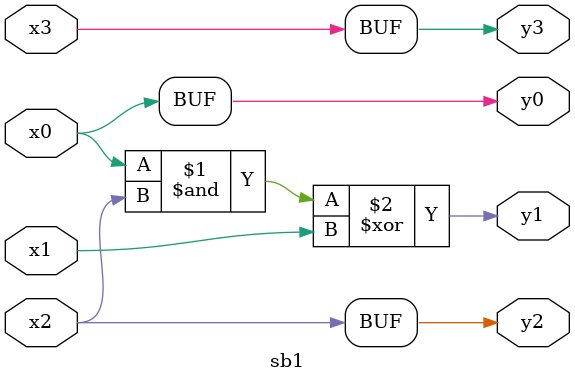
<source format=v>
`timescale 1ns / 1ps

module sb1(x0,x1,x2,x3,y0,y1,y2,y3);
	input x0,x1,x2,x3;
	output y0,y1,y2,y3;
	assign y3 = x3;
	assign y2 = x2;
	assign y1 = (x0 & x2) ^ x1;
	assign y0 = x0;
endmodule

</source>
